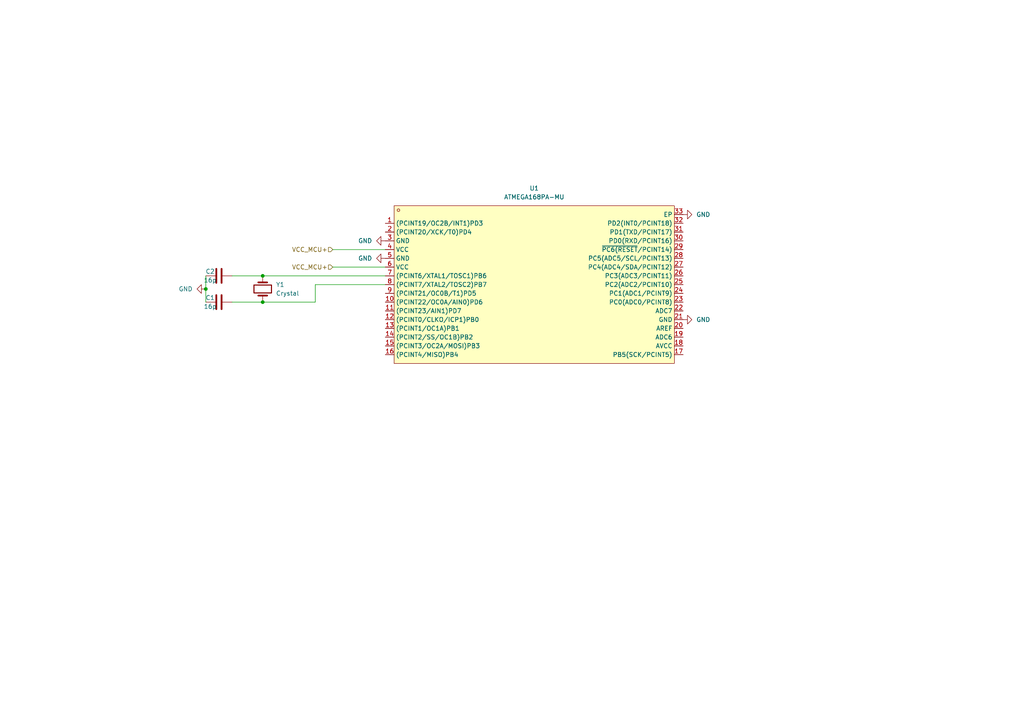
<source format=kicad_sch>
(kicad_sch (version 20230121) (generator eeschema)
  (paper "A4")
  (lib_symbols
    (symbol "Device:C" (pin_numbers hide) (pin_names (offset 0.254))
      (property "Reference" "C" (at 0.635 2.54 0))
      (property "Value" "C" (at 0.635 -2.54 0))
      (symbol "C_0_1"
        (polyline (pts (xy -2.032 -0.762) (xy 2.032 -0.762)) (stroke (width 0.508)))
        (polyline (pts (xy -2.032 0.762) (xy 2.032 0.762)) (stroke (width 0.508)))
      )
      (symbol "C_1_1"
        (pin passive line (at 0 3.81 270) (length 2.794) (name "~") (number "1"))
        (pin passive line (at 0 -3.81 90) (length 2.794) (name "~") (number "2"))
      )
    )
    (symbol "Device:Crystal" (pin_numbers hide) (pin_names (offset 1.016) hide)
      (property "Reference" "Y" (at 0 3.81 0))
      (property "Value" "Crystal" (at 0 -3.81 0))
      (symbol "Crystal_0_1"
        (rectangle (start -1.143 2.54) (end 1.143 -2.54) (stroke (width 0.3048)))
        (polyline (pts (xy -2.54 0) (xy -1.905 0)))
        (polyline (pts (xy -1.905 -1.27) (xy -1.905 1.27)) (stroke (width 0.508)))
        (polyline (pts (xy 1.905 -1.27) (xy 1.905 1.27)) (stroke (width 0.508)))
        (polyline (pts (xy 2.54 0) (xy 1.905 0)))
      )
      (symbol "Crystal_1_1"
        (pin passive line (at -3.81 0 0) (length 1.27) (name "1") (number "1"))
        (pin passive line (at 3.81 0 180) (length 1.27) (name "2") (number "2"))
      )
    )
    (symbol "PARTS:ATMEGA168PA-MU"
      (property "Reference" "U" (at 0 25.4 0))
      (property "Value" "ATMEGA168PA-MU" (at 0 -25.4 0))
      (symbol "ATMEGA168PA-MU_0_1"
        (rectangle (start -40.64 22.86) (end 40.64 -22.86) (fill (type background)))
        (circle (center -39.37 21.59) (radius 0.38))
        (pin unspecified line (at -43.18 17.78 0) (length 2.54) (name "(PCINT19/OC2B/INT1)PD3") (number "1"))
        (pin unspecified line (at -43.18 -5.08 0) (length 2.54) (name "(PCINT22/OC0A/AIN0)PD6") (number "10"))
        (pin unspecified line (at -43.18 -7.62 0) (length 2.54) (name "(PCINT23/AIN1)PD7") (number "11"))
        (pin unspecified line (at -43.18 -10.16 0) (length 2.54) (name "(PCINT0/CLKO/ICP1)PB0") (number "12"))
        (pin unspecified line (at -43.18 -12.7 0) (length 2.54) (name "(PCINT1/OC1A)PB1") (number "13"))
        (pin unspecified line (at -43.18 -15.24 0) (length 2.54) (name "(PCINT2/SS/OC1B)PB2") (number "14"))
        (pin unspecified line (at -43.18 -17.78 0) (length 2.54) (name "(PCINT3/OC2A/MOSI)PB3") (number "15"))
        (pin unspecified line (at -43.18 -20.32 0) (length 2.54) (name "(PCINT4/MISO)PB4") (number "16"))
        (pin unspecified line (at 43.18 -20.32 180) (length 2.54) (name "PB5(SCK/PCINT5)") (number "17"))
        (pin unspecified line (at 43.18 -17.78 180) (length 2.54) (name "AVCC") (number "18"))
        (pin unspecified line (at 43.18 -15.24 180) (length 2.54) (name "ADC6") (number "19"))
        (pin unspecified line (at -43.18 15.24 0) (length 2.54) (name "(PCINT20/XCK/T0)PD4") (number "2"))
        (pin unspecified line (at 43.18 -12.7 180) (length 2.54) (name "AREF") (number "20"))
        (pin unspecified line (at 43.18 -10.16 180) (length 2.54) (name "GND") (number "21"))
        (pin unspecified line (at 43.18 -7.62 180) (length 2.54) (name "ADC7") (number "22"))
        (pin unspecified line (at 43.18 -5.08 180) (length 2.54) (name "PC0(ADC0/PCINT8)") (number "23"))
        (pin unspecified line (at 43.18 -2.54 180) (length 2.54) (name "PC1(ADC1/PCINT9)") (number "24"))
        (pin unspecified line (at 43.18 0 180) (length 2.54) (name "PC2(ADC2/PCINT10)") (number "25"))
        (pin unspecified line (at 43.18 2.54 180) (length 2.54) (name "PC3(ADC3/PCINT11)") (number "26"))
        (pin unspecified line (at 43.18 5.08 180) (length 2.54) (name "PC4(ADC4/SDA/PCINT12)") (number "27"))
        (pin unspecified line (at 43.18 7.62 180) (length 2.54) (name "PC5(ADC5/SCL/PCINT13)") (number "28"))
        (pin unspecified line (at 43.18 10.16 180) (length 2.54) (name "~{PC6(RESET}/PCINT14)") (number "29"))
        (pin unspecified line (at -43.18 12.7 0) (length 2.54) (name "GND") (number "3"))
        (pin unspecified line (at 43.18 12.7 180) (length 2.54) (name "PD0(RXD/PCINT16)") (number "30"))
        (pin unspecified line (at 43.18 15.24 180) (length 2.54) (name "PD1(TXD/PCINT17)") (number "31"))
        (pin unspecified line (at 43.18 17.78 180) (length 2.54) (name "PD2(INT0/PCINT18)") (number "32"))
        (pin unspecified line (at 43.18 20.32 180) (length 2.54) (name "EP") (number "33"))
        (pin unspecified line (at -43.18 10.16 0) (length 2.54) (name "VCC") (number "4"))
        (pin unspecified line (at -43.18 7.62 0) (length 2.54) (name "GND") (number "5"))
        (pin unspecified line (at -43.18 5.08 0) (length 2.54) (name "VCC") (number "6"))
        (pin unspecified line (at -43.18 2.54 0) (length 2.54) (name "(PCINT6/XTAL1/TOSC1)PB6") (number "7"))
        (pin unspecified line (at -43.18 0 0) (length 2.54) (name "(PCINT7/XTAL2/TOSC2)PB7") (number "8"))
        (pin unspecified line (at -43.18 -2.54 0) (length 2.54) (name "(PCINT21/OC0B/T1)PD5") (number "9"))
      )
    )
    (symbol "power:GND" (power) (pin_names (offset 0))
      (property "Value" "GND" (at 0 -3.81 0))
      (symbol "GND_0_1"
        (polyline (pts (xy 0 0) (xy 0 -1.27) (xy 1.27 -1.27) (xy 0 -2.54) (xy -1.27 -1.27) (xy 0 -1.27)))
      )
      (symbol "GND_1_1"
        (pin power_in line (at 0 0 270) (length 0) hide (name "GND") (number "1"))
      )
    )
  )
  (junction (at 76.2 87.63))
  (junction (at 76.2 80.01))
  (junction (at 59.69 83.82))
  (wire (pts (xy 111.76 82.55) (xy 91.44 82.55)))
  (wire (pts (xy 76.2 80.01) (xy 111.76 80.01)))
  (wire (pts (xy 91.44 82.55) (xy 91.44 87.63)))
  (wire (pts (xy 91.44 87.63) (xy 76.2 87.63)))
  (wire (pts (xy 59.69 80.01) (xy 59.69 83.82)))
  (wire (pts (xy 59.69 83.82) (xy 59.69 87.63)))
  (wire (pts (xy 96.52 72.39) (xy 111.76 72.39)))
  (wire (pts (xy 67.31 80.01) (xy 76.2 80.01)))
  (wire (pts (xy 96.52 77.47) (xy 111.76 77.47)))
  (wire (pts (xy 67.31 87.63) (xy 76.2 87.63)))
  (hierarchical_label "VCC_MCU+" (shape input) (at 96.52 77.47 180))
  (hierarchical_label "VCC_MCU+" (shape input) (at 96.52 72.39 180))
  (symbol (lib_id "Device:Crystal") (at 76.2 83.82 270) (unit 1)
    (property "Reference" "Y1" (at 80.01 82.55 90) (effects (justify left)))
    (property "Value" "Crystal" (at 80.01 85.09 90) (effects (justify left)))
  )
  (symbol (lib_id "power:GND") (at 198.12 92.71 90) (unit 1)
    (property "Reference" "#PWR03" (effects hide))
    (property "Value" "GND" (at 201.93 92.71 90) (effects (justify right)))
  )
  (symbol (lib_id "power:GND") (at 111.76 69.85 270) (unit 1)
    (property "Reference" "#PWR01" (effects hide))
    (property "Value" "GND" (at 107.95 69.85 90) (effects (justify right)))
  )
  (symbol (lib_id "power:GND") (at 198.12 62.23 90) (unit 1)
    (property "Reference" "#PWR04" (effects hide))
    (property "Value" "GND" (at 201.93 62.23 90) (effects (justify right)))
  )
  (symbol (lib_id "PARTS:ATMEGA168PA-MU") (at 154.94 82.55 0) (unit 1)
    (property "Reference" "U1" (at 154.94 54.61 0))
    (property "Value" "ATMEGA168PA-MU" (at 154.94 57.15 0))
    (property "Footprint" "PARTS:VQFN-32_L5.0-W5.0-P0.50-TL-EP" (effects hide))
    (property "LCSC Part" "C1337182" (effects hide))
  )
  (symbol (lib_id "power:GND") (at 111.76 74.93 270) (unit 1)
    (property "Reference" "#PWR02" (effects hide))
    (property "Value" "GND" (at 107.95 74.93 90) (effects (justify right)))
  )
  (symbol (lib_id "Device:C") (at 63.5 87.63 90) (unit 1)
    (property "Reference" "C1" (at 60.96 86.36 90))
    (property "Value" "16p" (at 60.96 88.9 90))
  )
  (symbol (lib_id "power:GND") (at 59.69 83.82 270) (unit 1)
    (property "Reference" "#PWR05" (effects hide))
    (property "Value" "GND" (at 55.88 83.82 90) (effects (justify right)))
  )
  (symbol (lib_id "Device:C") (at 63.5 80.01 90) (unit 1)
    (property "Reference" "C2" (at 60.96 78.74 90))
    (property "Value" "16p" (at 60.96 81.28 90))
  )
)
</source>
